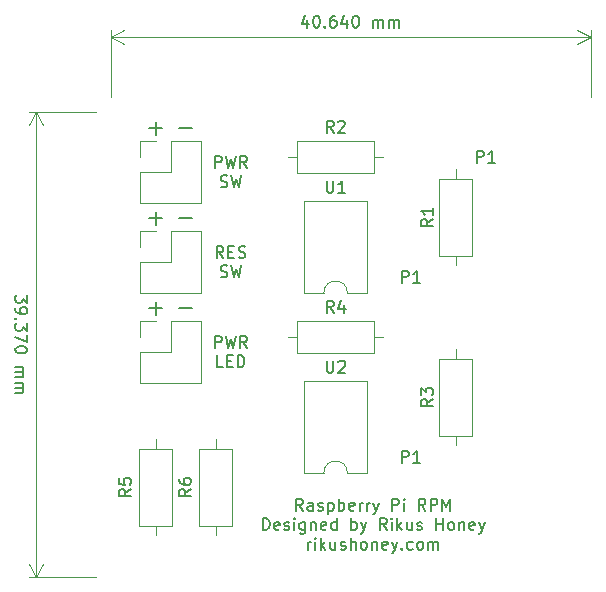
<source format=gbr>
G04 #@! TF.GenerationSoftware,KiCad,Pcbnew,5.1.4+dfsg1-2*
G04 #@! TF.CreationDate,2019-10-25T23:11:50+02:00*
G04 #@! TF.ProjectId,rpi_rpm,7270695f-7270-46d2-9e6b-696361645f70,rev?*
G04 #@! TF.SameCoordinates,Original*
G04 #@! TF.FileFunction,Legend,Top*
G04 #@! TF.FilePolarity,Positive*
%FSLAX46Y46*%
G04 Gerber Fmt 4.6, Leading zero omitted, Abs format (unit mm)*
G04 Created by KiCad (PCBNEW 5.1.4+dfsg1-2) date 2019-10-25 23:11:50*
%MOMM*%
%LPD*%
G04 APERTURE LIST*
%ADD10C,0.150000*%
%ADD11C,0.120000*%
G04 APERTURE END LIST*
D10*
X123737620Y-94234523D02*
X123737620Y-94853571D01*
X123356667Y-94520238D01*
X123356667Y-94663095D01*
X123309048Y-94758333D01*
X123261429Y-94805952D01*
X123166191Y-94853571D01*
X122928096Y-94853571D01*
X122832858Y-94805952D01*
X122785239Y-94758333D01*
X122737620Y-94663095D01*
X122737620Y-94377380D01*
X122785239Y-94282142D01*
X122832858Y-94234523D01*
X122737620Y-95329761D02*
X122737620Y-95520238D01*
X122785239Y-95615476D01*
X122832858Y-95663095D01*
X122975715Y-95758333D01*
X123166191Y-95805952D01*
X123547143Y-95805952D01*
X123642381Y-95758333D01*
X123690001Y-95710714D01*
X123737620Y-95615476D01*
X123737620Y-95425000D01*
X123690001Y-95329761D01*
X123642381Y-95282142D01*
X123547143Y-95234523D01*
X123309048Y-95234523D01*
X123213810Y-95282142D01*
X123166191Y-95329761D01*
X123118572Y-95425000D01*
X123118572Y-95615476D01*
X123166191Y-95710714D01*
X123213810Y-95758333D01*
X123309048Y-95805952D01*
X122832858Y-96234523D02*
X122785239Y-96282142D01*
X122737620Y-96234523D01*
X122785239Y-96186904D01*
X122832858Y-96234523D01*
X122737620Y-96234523D01*
X123737620Y-96615476D02*
X123737620Y-97234523D01*
X123356667Y-96901190D01*
X123356667Y-97044047D01*
X123309048Y-97139285D01*
X123261429Y-97186904D01*
X123166191Y-97234523D01*
X122928096Y-97234523D01*
X122832858Y-97186904D01*
X122785239Y-97139285D01*
X122737620Y-97044047D01*
X122737620Y-96758333D01*
X122785239Y-96663095D01*
X122832858Y-96615476D01*
X123737620Y-97567857D02*
X123737620Y-98234523D01*
X122737620Y-97805952D01*
X123737620Y-98805952D02*
X123737620Y-98901190D01*
X123690001Y-98996428D01*
X123642381Y-99044047D01*
X123547143Y-99091666D01*
X123356667Y-99139285D01*
X123118572Y-99139285D01*
X122928096Y-99091666D01*
X122832858Y-99044047D01*
X122785239Y-98996428D01*
X122737620Y-98901190D01*
X122737620Y-98805952D01*
X122785239Y-98710714D01*
X122832858Y-98663095D01*
X122928096Y-98615476D01*
X123118572Y-98567857D01*
X123356667Y-98567857D01*
X123547143Y-98615476D01*
X123642381Y-98663095D01*
X123690001Y-98710714D01*
X123737620Y-98805952D01*
X122737620Y-100329761D02*
X123404286Y-100329761D01*
X123309048Y-100329761D02*
X123356667Y-100377380D01*
X123404286Y-100472619D01*
X123404286Y-100615476D01*
X123356667Y-100710714D01*
X123261429Y-100758333D01*
X122737620Y-100758333D01*
X123261429Y-100758333D02*
X123356667Y-100805952D01*
X123404286Y-100901190D01*
X123404286Y-101044047D01*
X123356667Y-101139285D01*
X123261429Y-101186904D01*
X122737620Y-101186904D01*
X122737620Y-101663095D02*
X123404286Y-101663095D01*
X123309048Y-101663095D02*
X123356667Y-101710714D01*
X123404286Y-101805952D01*
X123404286Y-101948809D01*
X123356667Y-102044047D01*
X123261429Y-102091666D01*
X122737620Y-102091666D01*
X123261429Y-102091666D02*
X123356667Y-102139285D01*
X123404286Y-102234523D01*
X123404286Y-102377380D01*
X123356667Y-102472619D01*
X123261429Y-102520238D01*
X122737620Y-102520238D01*
D11*
X124460001Y-78740000D02*
X124460001Y-118110000D01*
X129540000Y-78740000D02*
X123873580Y-78740000D01*
X129540000Y-118110000D02*
X123873580Y-118110000D01*
X124460001Y-118110000D02*
X123873580Y-116983496D01*
X124460001Y-118110000D02*
X125046422Y-116983496D01*
X124460001Y-78740000D02*
X123873580Y-79866504D01*
X124460001Y-78740000D02*
X125046422Y-79866504D01*
D10*
X147463333Y-70905714D02*
X147463333Y-71572380D01*
X147225238Y-70524761D02*
X146987142Y-71239047D01*
X147606190Y-71239047D01*
X148177619Y-70572380D02*
X148272857Y-70572380D01*
X148368095Y-70620000D01*
X148415714Y-70667619D01*
X148463333Y-70762857D01*
X148510952Y-70953333D01*
X148510952Y-71191428D01*
X148463333Y-71381904D01*
X148415714Y-71477142D01*
X148368095Y-71524761D01*
X148272857Y-71572380D01*
X148177619Y-71572380D01*
X148082380Y-71524761D01*
X148034761Y-71477142D01*
X147987142Y-71381904D01*
X147939523Y-71191428D01*
X147939523Y-70953333D01*
X147987142Y-70762857D01*
X148034761Y-70667619D01*
X148082380Y-70620000D01*
X148177619Y-70572380D01*
X148939523Y-71477142D02*
X148987142Y-71524761D01*
X148939523Y-71572380D01*
X148891904Y-71524761D01*
X148939523Y-71477142D01*
X148939523Y-71572380D01*
X149844285Y-70572380D02*
X149653809Y-70572380D01*
X149558571Y-70620000D01*
X149510952Y-70667619D01*
X149415714Y-70810476D01*
X149368095Y-71000952D01*
X149368095Y-71381904D01*
X149415714Y-71477142D01*
X149463333Y-71524761D01*
X149558571Y-71572380D01*
X149749047Y-71572380D01*
X149844285Y-71524761D01*
X149891904Y-71477142D01*
X149939523Y-71381904D01*
X149939523Y-71143809D01*
X149891904Y-71048571D01*
X149844285Y-71000952D01*
X149749047Y-70953333D01*
X149558571Y-70953333D01*
X149463333Y-71000952D01*
X149415714Y-71048571D01*
X149368095Y-71143809D01*
X150796666Y-70905714D02*
X150796666Y-71572380D01*
X150558571Y-70524761D02*
X150320476Y-71239047D01*
X150939523Y-71239047D01*
X151510952Y-70572380D02*
X151606190Y-70572380D01*
X151701428Y-70620000D01*
X151749047Y-70667619D01*
X151796666Y-70762857D01*
X151844285Y-70953333D01*
X151844285Y-71191428D01*
X151796666Y-71381904D01*
X151749047Y-71477142D01*
X151701428Y-71524761D01*
X151606190Y-71572380D01*
X151510952Y-71572380D01*
X151415714Y-71524761D01*
X151368095Y-71477142D01*
X151320476Y-71381904D01*
X151272857Y-71191428D01*
X151272857Y-70953333D01*
X151320476Y-70762857D01*
X151368095Y-70667619D01*
X151415714Y-70620000D01*
X151510952Y-70572380D01*
X153034761Y-71572380D02*
X153034761Y-70905714D01*
X153034761Y-71000952D02*
X153082380Y-70953333D01*
X153177619Y-70905714D01*
X153320476Y-70905714D01*
X153415714Y-70953333D01*
X153463333Y-71048571D01*
X153463333Y-71572380D01*
X153463333Y-71048571D02*
X153510952Y-70953333D01*
X153606190Y-70905714D01*
X153749047Y-70905714D01*
X153844285Y-70953333D01*
X153891904Y-71048571D01*
X153891904Y-71572380D01*
X154368095Y-71572380D02*
X154368095Y-70905714D01*
X154368095Y-71000952D02*
X154415714Y-70953333D01*
X154510952Y-70905714D01*
X154653809Y-70905714D01*
X154749047Y-70953333D01*
X154796666Y-71048571D01*
X154796666Y-71572380D01*
X154796666Y-71048571D02*
X154844285Y-70953333D01*
X154939523Y-70905714D01*
X155082380Y-70905714D01*
X155177619Y-70953333D01*
X155225238Y-71048571D01*
X155225238Y-71572380D01*
D11*
X171450000Y-72390000D02*
X130810000Y-72390000D01*
X171450000Y-77470000D02*
X171450000Y-71803579D01*
X130810000Y-77470000D02*
X130810000Y-71803579D01*
X130810000Y-72390000D02*
X131936504Y-71803579D01*
X130810000Y-72390000D02*
X131936504Y-72976421D01*
X171450000Y-72390000D02*
X170323496Y-71803579D01*
X171450000Y-72390000D02*
X170323496Y-72976421D01*
D10*
X161821904Y-83002380D02*
X161821904Y-82002380D01*
X162202857Y-82002380D01*
X162298095Y-82050000D01*
X162345714Y-82097619D01*
X162393333Y-82192857D01*
X162393333Y-82335714D01*
X162345714Y-82430952D01*
X162298095Y-82478571D01*
X162202857Y-82526190D01*
X161821904Y-82526190D01*
X163345714Y-83002380D02*
X162774285Y-83002380D01*
X163060000Y-83002380D02*
X163060000Y-82002380D01*
X162964761Y-82145238D01*
X162869523Y-82240476D01*
X162774285Y-82288095D01*
X155471904Y-93162380D02*
X155471904Y-92162380D01*
X155852857Y-92162380D01*
X155948095Y-92210000D01*
X155995714Y-92257619D01*
X156043333Y-92352857D01*
X156043333Y-92495714D01*
X155995714Y-92590952D01*
X155948095Y-92638571D01*
X155852857Y-92686190D01*
X155471904Y-92686190D01*
X156995714Y-93162380D02*
X156424285Y-93162380D01*
X156710000Y-93162380D02*
X156710000Y-92162380D01*
X156614761Y-92305238D01*
X156519523Y-92400476D01*
X156424285Y-92448095D01*
X155471904Y-108402380D02*
X155471904Y-107402380D01*
X155852857Y-107402380D01*
X155948095Y-107450000D01*
X155995714Y-107497619D01*
X156043333Y-107592857D01*
X156043333Y-107735714D01*
X155995714Y-107830952D01*
X155948095Y-107878571D01*
X155852857Y-107926190D01*
X155471904Y-107926190D01*
X156995714Y-108402380D02*
X156424285Y-108402380D01*
X156710000Y-108402380D02*
X156710000Y-107402380D01*
X156614761Y-107545238D01*
X156519523Y-107640476D01*
X156424285Y-107688095D01*
X136588571Y-95357142D02*
X137731428Y-95357142D01*
X136588571Y-87737142D02*
X137731428Y-87737142D01*
X136588571Y-80117142D02*
X137731428Y-80117142D01*
X134048571Y-95357142D02*
X135191428Y-95357142D01*
X134620000Y-95928571D02*
X134620000Y-94785714D01*
X134048571Y-87737142D02*
X135191428Y-87737142D01*
X134620000Y-88308571D02*
X134620000Y-87165714D01*
X134048571Y-80117142D02*
X135191428Y-80117142D01*
X134620000Y-80688571D02*
X134620000Y-79545714D01*
X139636666Y-98687380D02*
X139636666Y-97687380D01*
X140017619Y-97687380D01*
X140112857Y-97735000D01*
X140160476Y-97782619D01*
X140208095Y-97877857D01*
X140208095Y-98020714D01*
X140160476Y-98115952D01*
X140112857Y-98163571D01*
X140017619Y-98211190D01*
X139636666Y-98211190D01*
X140541428Y-97687380D02*
X140779523Y-98687380D01*
X140970000Y-97973095D01*
X141160476Y-98687380D01*
X141398571Y-97687380D01*
X142350952Y-98687380D02*
X142017619Y-98211190D01*
X141779523Y-98687380D02*
X141779523Y-97687380D01*
X142160476Y-97687380D01*
X142255714Y-97735000D01*
X142303333Y-97782619D01*
X142350952Y-97877857D01*
X142350952Y-98020714D01*
X142303333Y-98115952D01*
X142255714Y-98163571D01*
X142160476Y-98211190D01*
X141779523Y-98211190D01*
X140327142Y-100337380D02*
X139850952Y-100337380D01*
X139850952Y-99337380D01*
X140660476Y-99813571D02*
X140993809Y-99813571D01*
X141136666Y-100337380D02*
X140660476Y-100337380D01*
X140660476Y-99337380D01*
X141136666Y-99337380D01*
X141565238Y-100337380D02*
X141565238Y-99337380D01*
X141803333Y-99337380D01*
X141946190Y-99385000D01*
X142041428Y-99480238D01*
X142089047Y-99575476D01*
X142136666Y-99765952D01*
X142136666Y-99908809D01*
X142089047Y-100099285D01*
X142041428Y-100194523D01*
X141946190Y-100289761D01*
X141803333Y-100337380D01*
X141565238Y-100337380D01*
X140350952Y-91067380D02*
X140017619Y-90591190D01*
X139779523Y-91067380D02*
X139779523Y-90067380D01*
X140160476Y-90067380D01*
X140255714Y-90115000D01*
X140303333Y-90162619D01*
X140350952Y-90257857D01*
X140350952Y-90400714D01*
X140303333Y-90495952D01*
X140255714Y-90543571D01*
X140160476Y-90591190D01*
X139779523Y-90591190D01*
X140779523Y-90543571D02*
X141112857Y-90543571D01*
X141255714Y-91067380D02*
X140779523Y-91067380D01*
X140779523Y-90067380D01*
X141255714Y-90067380D01*
X141636666Y-91019761D02*
X141779523Y-91067380D01*
X142017619Y-91067380D01*
X142112857Y-91019761D01*
X142160476Y-90972142D01*
X142208095Y-90876904D01*
X142208095Y-90781666D01*
X142160476Y-90686428D01*
X142112857Y-90638809D01*
X142017619Y-90591190D01*
X141827142Y-90543571D01*
X141731904Y-90495952D01*
X141684285Y-90448333D01*
X141636666Y-90353095D01*
X141636666Y-90257857D01*
X141684285Y-90162619D01*
X141731904Y-90115000D01*
X141827142Y-90067380D01*
X142065238Y-90067380D01*
X142208095Y-90115000D01*
X140112857Y-92669761D02*
X140255714Y-92717380D01*
X140493809Y-92717380D01*
X140589047Y-92669761D01*
X140636666Y-92622142D01*
X140684285Y-92526904D01*
X140684285Y-92431666D01*
X140636666Y-92336428D01*
X140589047Y-92288809D01*
X140493809Y-92241190D01*
X140303333Y-92193571D01*
X140208095Y-92145952D01*
X140160476Y-92098333D01*
X140112857Y-92003095D01*
X140112857Y-91907857D01*
X140160476Y-91812619D01*
X140208095Y-91765000D01*
X140303333Y-91717380D01*
X140541428Y-91717380D01*
X140684285Y-91765000D01*
X141017619Y-91717380D02*
X141255714Y-92717380D01*
X141446190Y-92003095D01*
X141636666Y-92717380D01*
X141874761Y-91717380D01*
X139636666Y-83447380D02*
X139636666Y-82447380D01*
X140017619Y-82447380D01*
X140112857Y-82495000D01*
X140160476Y-82542619D01*
X140208095Y-82637857D01*
X140208095Y-82780714D01*
X140160476Y-82875952D01*
X140112857Y-82923571D01*
X140017619Y-82971190D01*
X139636666Y-82971190D01*
X140541428Y-82447380D02*
X140779523Y-83447380D01*
X140970000Y-82733095D01*
X141160476Y-83447380D01*
X141398571Y-82447380D01*
X142350952Y-83447380D02*
X142017619Y-82971190D01*
X141779523Y-83447380D02*
X141779523Y-82447380D01*
X142160476Y-82447380D01*
X142255714Y-82495000D01*
X142303333Y-82542619D01*
X142350952Y-82637857D01*
X142350952Y-82780714D01*
X142303333Y-82875952D01*
X142255714Y-82923571D01*
X142160476Y-82971190D01*
X141779523Y-82971190D01*
X140112857Y-85049761D02*
X140255714Y-85097380D01*
X140493809Y-85097380D01*
X140589047Y-85049761D01*
X140636666Y-85002142D01*
X140684285Y-84906904D01*
X140684285Y-84811666D01*
X140636666Y-84716428D01*
X140589047Y-84668809D01*
X140493809Y-84621190D01*
X140303333Y-84573571D01*
X140208095Y-84525952D01*
X140160476Y-84478333D01*
X140112857Y-84383095D01*
X140112857Y-84287857D01*
X140160476Y-84192619D01*
X140208095Y-84145000D01*
X140303333Y-84097380D01*
X140541428Y-84097380D01*
X140684285Y-84145000D01*
X141017619Y-84097380D02*
X141255714Y-85097380D01*
X141446190Y-84383095D01*
X141636666Y-85097380D01*
X141874761Y-84097380D01*
X147082619Y-112467380D02*
X146749285Y-111991190D01*
X146511190Y-112467380D02*
X146511190Y-111467380D01*
X146892142Y-111467380D01*
X146987380Y-111515000D01*
X147035000Y-111562619D01*
X147082619Y-111657857D01*
X147082619Y-111800714D01*
X147035000Y-111895952D01*
X146987380Y-111943571D01*
X146892142Y-111991190D01*
X146511190Y-111991190D01*
X147939761Y-112467380D02*
X147939761Y-111943571D01*
X147892142Y-111848333D01*
X147796904Y-111800714D01*
X147606428Y-111800714D01*
X147511190Y-111848333D01*
X147939761Y-112419761D02*
X147844523Y-112467380D01*
X147606428Y-112467380D01*
X147511190Y-112419761D01*
X147463571Y-112324523D01*
X147463571Y-112229285D01*
X147511190Y-112134047D01*
X147606428Y-112086428D01*
X147844523Y-112086428D01*
X147939761Y-112038809D01*
X148368333Y-112419761D02*
X148463571Y-112467380D01*
X148654047Y-112467380D01*
X148749285Y-112419761D01*
X148796904Y-112324523D01*
X148796904Y-112276904D01*
X148749285Y-112181666D01*
X148654047Y-112134047D01*
X148511190Y-112134047D01*
X148415952Y-112086428D01*
X148368333Y-111991190D01*
X148368333Y-111943571D01*
X148415952Y-111848333D01*
X148511190Y-111800714D01*
X148654047Y-111800714D01*
X148749285Y-111848333D01*
X149225476Y-111800714D02*
X149225476Y-112800714D01*
X149225476Y-111848333D02*
X149320714Y-111800714D01*
X149511190Y-111800714D01*
X149606428Y-111848333D01*
X149654047Y-111895952D01*
X149701666Y-111991190D01*
X149701666Y-112276904D01*
X149654047Y-112372142D01*
X149606428Y-112419761D01*
X149511190Y-112467380D01*
X149320714Y-112467380D01*
X149225476Y-112419761D01*
X150130238Y-112467380D02*
X150130238Y-111467380D01*
X150130238Y-111848333D02*
X150225476Y-111800714D01*
X150415952Y-111800714D01*
X150511190Y-111848333D01*
X150558809Y-111895952D01*
X150606428Y-111991190D01*
X150606428Y-112276904D01*
X150558809Y-112372142D01*
X150511190Y-112419761D01*
X150415952Y-112467380D01*
X150225476Y-112467380D01*
X150130238Y-112419761D01*
X151415952Y-112419761D02*
X151320714Y-112467380D01*
X151130238Y-112467380D01*
X151035000Y-112419761D01*
X150987380Y-112324523D01*
X150987380Y-111943571D01*
X151035000Y-111848333D01*
X151130238Y-111800714D01*
X151320714Y-111800714D01*
X151415952Y-111848333D01*
X151463571Y-111943571D01*
X151463571Y-112038809D01*
X150987380Y-112134047D01*
X151892142Y-112467380D02*
X151892142Y-111800714D01*
X151892142Y-111991190D02*
X151939761Y-111895952D01*
X151987380Y-111848333D01*
X152082619Y-111800714D01*
X152177857Y-111800714D01*
X152511190Y-112467380D02*
X152511190Y-111800714D01*
X152511190Y-111991190D02*
X152558809Y-111895952D01*
X152606428Y-111848333D01*
X152701666Y-111800714D01*
X152796904Y-111800714D01*
X153035000Y-111800714D02*
X153273095Y-112467380D01*
X153511190Y-111800714D02*
X153273095Y-112467380D01*
X153177857Y-112705476D01*
X153130238Y-112753095D01*
X153035000Y-112800714D01*
X154654047Y-112467380D02*
X154654047Y-111467380D01*
X155035000Y-111467380D01*
X155130238Y-111515000D01*
X155177857Y-111562619D01*
X155225476Y-111657857D01*
X155225476Y-111800714D01*
X155177857Y-111895952D01*
X155130238Y-111943571D01*
X155035000Y-111991190D01*
X154654047Y-111991190D01*
X155654047Y-112467380D02*
X155654047Y-111800714D01*
X155654047Y-111467380D02*
X155606428Y-111515000D01*
X155654047Y-111562619D01*
X155701666Y-111515000D01*
X155654047Y-111467380D01*
X155654047Y-111562619D01*
X157463571Y-112467380D02*
X157130238Y-111991190D01*
X156892142Y-112467380D02*
X156892142Y-111467380D01*
X157273095Y-111467380D01*
X157368333Y-111515000D01*
X157415952Y-111562619D01*
X157463571Y-111657857D01*
X157463571Y-111800714D01*
X157415952Y-111895952D01*
X157368333Y-111943571D01*
X157273095Y-111991190D01*
X156892142Y-111991190D01*
X157892142Y-112467380D02*
X157892142Y-111467380D01*
X158273095Y-111467380D01*
X158368333Y-111515000D01*
X158415952Y-111562619D01*
X158463571Y-111657857D01*
X158463571Y-111800714D01*
X158415952Y-111895952D01*
X158368333Y-111943571D01*
X158273095Y-111991190D01*
X157892142Y-111991190D01*
X158892142Y-112467380D02*
X158892142Y-111467380D01*
X159225476Y-112181666D01*
X159558809Y-111467380D01*
X159558809Y-112467380D01*
X143701666Y-114117380D02*
X143701666Y-113117380D01*
X143939761Y-113117380D01*
X144082619Y-113165000D01*
X144177857Y-113260238D01*
X144225476Y-113355476D01*
X144273095Y-113545952D01*
X144273095Y-113688809D01*
X144225476Y-113879285D01*
X144177857Y-113974523D01*
X144082619Y-114069761D01*
X143939761Y-114117380D01*
X143701666Y-114117380D01*
X145082619Y-114069761D02*
X144987380Y-114117380D01*
X144796904Y-114117380D01*
X144701666Y-114069761D01*
X144654047Y-113974523D01*
X144654047Y-113593571D01*
X144701666Y-113498333D01*
X144796904Y-113450714D01*
X144987380Y-113450714D01*
X145082619Y-113498333D01*
X145130238Y-113593571D01*
X145130238Y-113688809D01*
X144654047Y-113784047D01*
X145511190Y-114069761D02*
X145606428Y-114117380D01*
X145796904Y-114117380D01*
X145892142Y-114069761D01*
X145939761Y-113974523D01*
X145939761Y-113926904D01*
X145892142Y-113831666D01*
X145796904Y-113784047D01*
X145654047Y-113784047D01*
X145558809Y-113736428D01*
X145511190Y-113641190D01*
X145511190Y-113593571D01*
X145558809Y-113498333D01*
X145654047Y-113450714D01*
X145796904Y-113450714D01*
X145892142Y-113498333D01*
X146368333Y-114117380D02*
X146368333Y-113450714D01*
X146368333Y-113117380D02*
X146320714Y-113165000D01*
X146368333Y-113212619D01*
X146415952Y-113165000D01*
X146368333Y-113117380D01*
X146368333Y-113212619D01*
X147273095Y-113450714D02*
X147273095Y-114260238D01*
X147225476Y-114355476D01*
X147177857Y-114403095D01*
X147082619Y-114450714D01*
X146939761Y-114450714D01*
X146844523Y-114403095D01*
X147273095Y-114069761D02*
X147177857Y-114117380D01*
X146987380Y-114117380D01*
X146892142Y-114069761D01*
X146844523Y-114022142D01*
X146796904Y-113926904D01*
X146796904Y-113641190D01*
X146844523Y-113545952D01*
X146892142Y-113498333D01*
X146987380Y-113450714D01*
X147177857Y-113450714D01*
X147273095Y-113498333D01*
X147749285Y-113450714D02*
X147749285Y-114117380D01*
X147749285Y-113545952D02*
X147796904Y-113498333D01*
X147892142Y-113450714D01*
X148035000Y-113450714D01*
X148130238Y-113498333D01*
X148177857Y-113593571D01*
X148177857Y-114117380D01*
X149035000Y-114069761D02*
X148939761Y-114117380D01*
X148749285Y-114117380D01*
X148654047Y-114069761D01*
X148606428Y-113974523D01*
X148606428Y-113593571D01*
X148654047Y-113498333D01*
X148749285Y-113450714D01*
X148939761Y-113450714D01*
X149035000Y-113498333D01*
X149082619Y-113593571D01*
X149082619Y-113688809D01*
X148606428Y-113784047D01*
X149939761Y-114117380D02*
X149939761Y-113117380D01*
X149939761Y-114069761D02*
X149844523Y-114117380D01*
X149654047Y-114117380D01*
X149558809Y-114069761D01*
X149511190Y-114022142D01*
X149463571Y-113926904D01*
X149463571Y-113641190D01*
X149511190Y-113545952D01*
X149558809Y-113498333D01*
X149654047Y-113450714D01*
X149844523Y-113450714D01*
X149939761Y-113498333D01*
X151177857Y-114117380D02*
X151177857Y-113117380D01*
X151177857Y-113498333D02*
X151273095Y-113450714D01*
X151463571Y-113450714D01*
X151558809Y-113498333D01*
X151606428Y-113545952D01*
X151654047Y-113641190D01*
X151654047Y-113926904D01*
X151606428Y-114022142D01*
X151558809Y-114069761D01*
X151463571Y-114117380D01*
X151273095Y-114117380D01*
X151177857Y-114069761D01*
X151987380Y-113450714D02*
X152225476Y-114117380D01*
X152463571Y-113450714D02*
X152225476Y-114117380D01*
X152130238Y-114355476D01*
X152082619Y-114403095D01*
X151987380Y-114450714D01*
X154177857Y-114117380D02*
X153844523Y-113641190D01*
X153606428Y-114117380D02*
X153606428Y-113117380D01*
X153987380Y-113117380D01*
X154082619Y-113165000D01*
X154130238Y-113212619D01*
X154177857Y-113307857D01*
X154177857Y-113450714D01*
X154130238Y-113545952D01*
X154082619Y-113593571D01*
X153987380Y-113641190D01*
X153606428Y-113641190D01*
X154606428Y-114117380D02*
X154606428Y-113450714D01*
X154606428Y-113117380D02*
X154558809Y-113165000D01*
X154606428Y-113212619D01*
X154654047Y-113165000D01*
X154606428Y-113117380D01*
X154606428Y-113212619D01*
X155082619Y-114117380D02*
X155082619Y-113117380D01*
X155177857Y-113736428D02*
X155463571Y-114117380D01*
X155463571Y-113450714D02*
X155082619Y-113831666D01*
X156320714Y-113450714D02*
X156320714Y-114117380D01*
X155892142Y-113450714D02*
X155892142Y-113974523D01*
X155939761Y-114069761D01*
X156035000Y-114117380D01*
X156177857Y-114117380D01*
X156273095Y-114069761D01*
X156320714Y-114022142D01*
X156749285Y-114069761D02*
X156844523Y-114117380D01*
X157035000Y-114117380D01*
X157130238Y-114069761D01*
X157177857Y-113974523D01*
X157177857Y-113926904D01*
X157130238Y-113831666D01*
X157035000Y-113784047D01*
X156892142Y-113784047D01*
X156796904Y-113736428D01*
X156749285Y-113641190D01*
X156749285Y-113593571D01*
X156796904Y-113498333D01*
X156892142Y-113450714D01*
X157035000Y-113450714D01*
X157130238Y-113498333D01*
X158368333Y-114117380D02*
X158368333Y-113117380D01*
X158368333Y-113593571D02*
X158939761Y-113593571D01*
X158939761Y-114117380D02*
X158939761Y-113117380D01*
X159558809Y-114117380D02*
X159463571Y-114069761D01*
X159415952Y-114022142D01*
X159368333Y-113926904D01*
X159368333Y-113641190D01*
X159415952Y-113545952D01*
X159463571Y-113498333D01*
X159558809Y-113450714D01*
X159701666Y-113450714D01*
X159796904Y-113498333D01*
X159844523Y-113545952D01*
X159892142Y-113641190D01*
X159892142Y-113926904D01*
X159844523Y-114022142D01*
X159796904Y-114069761D01*
X159701666Y-114117380D01*
X159558809Y-114117380D01*
X160320714Y-113450714D02*
X160320714Y-114117380D01*
X160320714Y-113545952D02*
X160368333Y-113498333D01*
X160463571Y-113450714D01*
X160606428Y-113450714D01*
X160701666Y-113498333D01*
X160749285Y-113593571D01*
X160749285Y-114117380D01*
X161606428Y-114069761D02*
X161511190Y-114117380D01*
X161320714Y-114117380D01*
X161225476Y-114069761D01*
X161177857Y-113974523D01*
X161177857Y-113593571D01*
X161225476Y-113498333D01*
X161320714Y-113450714D01*
X161511190Y-113450714D01*
X161606428Y-113498333D01*
X161654047Y-113593571D01*
X161654047Y-113688809D01*
X161177857Y-113784047D01*
X161987380Y-113450714D02*
X162225476Y-114117380D01*
X162463571Y-113450714D02*
X162225476Y-114117380D01*
X162130238Y-114355476D01*
X162082619Y-114403095D01*
X161987380Y-114450714D01*
X147511190Y-115767380D02*
X147511190Y-115100714D01*
X147511190Y-115291190D02*
X147558809Y-115195952D01*
X147606428Y-115148333D01*
X147701666Y-115100714D01*
X147796904Y-115100714D01*
X148130238Y-115767380D02*
X148130238Y-115100714D01*
X148130238Y-114767380D02*
X148082619Y-114815000D01*
X148130238Y-114862619D01*
X148177857Y-114815000D01*
X148130238Y-114767380D01*
X148130238Y-114862619D01*
X148606428Y-115767380D02*
X148606428Y-114767380D01*
X148701666Y-115386428D02*
X148987380Y-115767380D01*
X148987380Y-115100714D02*
X148606428Y-115481666D01*
X149844523Y-115100714D02*
X149844523Y-115767380D01*
X149415952Y-115100714D02*
X149415952Y-115624523D01*
X149463571Y-115719761D01*
X149558809Y-115767380D01*
X149701666Y-115767380D01*
X149796904Y-115719761D01*
X149844523Y-115672142D01*
X150273095Y-115719761D02*
X150368333Y-115767380D01*
X150558809Y-115767380D01*
X150654047Y-115719761D01*
X150701666Y-115624523D01*
X150701666Y-115576904D01*
X150654047Y-115481666D01*
X150558809Y-115434047D01*
X150415952Y-115434047D01*
X150320714Y-115386428D01*
X150273095Y-115291190D01*
X150273095Y-115243571D01*
X150320714Y-115148333D01*
X150415952Y-115100714D01*
X150558809Y-115100714D01*
X150654047Y-115148333D01*
X151130238Y-115767380D02*
X151130238Y-114767380D01*
X151558809Y-115767380D02*
X151558809Y-115243571D01*
X151511190Y-115148333D01*
X151415952Y-115100714D01*
X151273095Y-115100714D01*
X151177857Y-115148333D01*
X151130238Y-115195952D01*
X152177857Y-115767380D02*
X152082619Y-115719761D01*
X152035000Y-115672142D01*
X151987380Y-115576904D01*
X151987380Y-115291190D01*
X152035000Y-115195952D01*
X152082619Y-115148333D01*
X152177857Y-115100714D01*
X152320714Y-115100714D01*
X152415952Y-115148333D01*
X152463571Y-115195952D01*
X152511190Y-115291190D01*
X152511190Y-115576904D01*
X152463571Y-115672142D01*
X152415952Y-115719761D01*
X152320714Y-115767380D01*
X152177857Y-115767380D01*
X152939761Y-115100714D02*
X152939761Y-115767380D01*
X152939761Y-115195952D02*
X152987380Y-115148333D01*
X153082619Y-115100714D01*
X153225476Y-115100714D01*
X153320714Y-115148333D01*
X153368333Y-115243571D01*
X153368333Y-115767380D01*
X154225476Y-115719761D02*
X154130238Y-115767380D01*
X153939761Y-115767380D01*
X153844523Y-115719761D01*
X153796904Y-115624523D01*
X153796904Y-115243571D01*
X153844523Y-115148333D01*
X153939761Y-115100714D01*
X154130238Y-115100714D01*
X154225476Y-115148333D01*
X154273095Y-115243571D01*
X154273095Y-115338809D01*
X153796904Y-115434047D01*
X154606428Y-115100714D02*
X154844523Y-115767380D01*
X155082619Y-115100714D02*
X154844523Y-115767380D01*
X154749285Y-116005476D01*
X154701666Y-116053095D01*
X154606428Y-116100714D01*
X155463571Y-115672142D02*
X155511190Y-115719761D01*
X155463571Y-115767380D01*
X155415952Y-115719761D01*
X155463571Y-115672142D01*
X155463571Y-115767380D01*
X156368333Y-115719761D02*
X156273095Y-115767380D01*
X156082619Y-115767380D01*
X155987380Y-115719761D01*
X155939761Y-115672142D01*
X155892142Y-115576904D01*
X155892142Y-115291190D01*
X155939761Y-115195952D01*
X155987380Y-115148333D01*
X156082619Y-115100714D01*
X156273095Y-115100714D01*
X156368333Y-115148333D01*
X156939761Y-115767380D02*
X156844523Y-115719761D01*
X156796904Y-115672142D01*
X156749285Y-115576904D01*
X156749285Y-115291190D01*
X156796904Y-115195952D01*
X156844523Y-115148333D01*
X156939761Y-115100714D01*
X157082619Y-115100714D01*
X157177857Y-115148333D01*
X157225476Y-115195952D01*
X157273095Y-115291190D01*
X157273095Y-115576904D01*
X157225476Y-115672142D01*
X157177857Y-115719761D01*
X157082619Y-115767380D01*
X156939761Y-115767380D01*
X157701666Y-115767380D02*
X157701666Y-115100714D01*
X157701666Y-115195952D02*
X157749285Y-115148333D01*
X157844523Y-115100714D01*
X157987380Y-115100714D01*
X158082619Y-115148333D01*
X158130238Y-115243571D01*
X158130238Y-115767380D01*
X158130238Y-115243571D02*
X158177857Y-115148333D01*
X158273095Y-115100714D01*
X158415952Y-115100714D01*
X158511190Y-115148333D01*
X158558809Y-115243571D01*
X158558809Y-115767380D01*
D11*
X158650000Y-90900000D02*
X161390000Y-90900000D01*
X161390000Y-90900000D02*
X161390000Y-84360000D01*
X161390000Y-84360000D02*
X158650000Y-84360000D01*
X158650000Y-84360000D02*
X158650000Y-90900000D01*
X160020000Y-91670000D02*
X160020000Y-90900000D01*
X160020000Y-83590000D02*
X160020000Y-84360000D01*
X153130000Y-83920000D02*
X153130000Y-81180000D01*
X153130000Y-81180000D02*
X146590000Y-81180000D01*
X146590000Y-81180000D02*
X146590000Y-83920000D01*
X146590000Y-83920000D02*
X153130000Y-83920000D01*
X153900000Y-82550000D02*
X153130000Y-82550000D01*
X145820000Y-82550000D02*
X146590000Y-82550000D01*
X160020000Y-98830000D02*
X160020000Y-99600000D01*
X160020000Y-106910000D02*
X160020000Y-106140000D01*
X158650000Y-99600000D02*
X158650000Y-106140000D01*
X161390000Y-99600000D02*
X158650000Y-99600000D01*
X161390000Y-106140000D02*
X161390000Y-99600000D01*
X158650000Y-106140000D02*
X161390000Y-106140000D01*
X145820000Y-97790000D02*
X146590000Y-97790000D01*
X153900000Y-97790000D02*
X153130000Y-97790000D01*
X146590000Y-99160000D02*
X153130000Y-99160000D01*
X146590000Y-96420000D02*
X146590000Y-99160000D01*
X153130000Y-96420000D02*
X146590000Y-96420000D01*
X153130000Y-99160000D02*
X153130000Y-96420000D01*
X134620000Y-114530000D02*
X134620000Y-113760000D01*
X134620000Y-106450000D02*
X134620000Y-107220000D01*
X135990000Y-113760000D02*
X135990000Y-107220000D01*
X133250000Y-113760000D02*
X135990000Y-113760000D01*
X133250000Y-107220000D02*
X133250000Y-113760000D01*
X135990000Y-107220000D02*
X133250000Y-107220000D01*
X141070000Y-107220000D02*
X138330000Y-107220000D01*
X138330000Y-107220000D02*
X138330000Y-113760000D01*
X138330000Y-113760000D02*
X141070000Y-113760000D01*
X141070000Y-113760000D02*
X141070000Y-107220000D01*
X139700000Y-106450000D02*
X139700000Y-107220000D01*
X139700000Y-114530000D02*
X139700000Y-113760000D01*
X148860000Y-94040000D02*
G75*
G02X150860000Y-94040000I1000000J0D01*
G01*
X150860000Y-94040000D02*
X152510000Y-94040000D01*
X152510000Y-94040000D02*
X152510000Y-86300000D01*
X152510000Y-86300000D02*
X147210000Y-86300000D01*
X147210000Y-86300000D02*
X147210000Y-94040000D01*
X147210000Y-94040000D02*
X148860000Y-94040000D01*
X147210000Y-109280000D02*
X148860000Y-109280000D01*
X147210000Y-101540000D02*
X147210000Y-109280000D01*
X152510000Y-101540000D02*
X147210000Y-101540000D01*
X152510000Y-109280000D02*
X152510000Y-101540000D01*
X150860000Y-109280000D02*
X152510000Y-109280000D01*
X148860000Y-109280000D02*
G75*
G02X150860000Y-109280000I1000000J0D01*
G01*
X133290000Y-86420000D02*
X138490000Y-86420000D01*
X133290000Y-83820000D02*
X133290000Y-86420000D01*
X138490000Y-81220000D02*
X138490000Y-86420000D01*
X133290000Y-83820000D02*
X135890000Y-83820000D01*
X135890000Y-83820000D02*
X135890000Y-81220000D01*
X135890000Y-81220000D02*
X138490000Y-81220000D01*
X133290000Y-82550000D02*
X133290000Y-81220000D01*
X133290000Y-81220000D02*
X134620000Y-81220000D01*
X133290000Y-88840000D02*
X134620000Y-88840000D01*
X133290000Y-90170000D02*
X133290000Y-88840000D01*
X135890000Y-88840000D02*
X138490000Y-88840000D01*
X135890000Y-91440000D02*
X135890000Y-88840000D01*
X133290000Y-91440000D02*
X135890000Y-91440000D01*
X138490000Y-88840000D02*
X138490000Y-94040000D01*
X133290000Y-91440000D02*
X133290000Y-94040000D01*
X133290000Y-94040000D02*
X138490000Y-94040000D01*
X133290000Y-101660000D02*
X138490000Y-101660000D01*
X133290000Y-99060000D02*
X133290000Y-101660000D01*
X138490000Y-96460000D02*
X138490000Y-101660000D01*
X133290000Y-99060000D02*
X135890000Y-99060000D01*
X135890000Y-99060000D02*
X135890000Y-96460000D01*
X135890000Y-96460000D02*
X138490000Y-96460000D01*
X133290000Y-97790000D02*
X133290000Y-96460000D01*
X133290000Y-96460000D02*
X134620000Y-96460000D01*
D10*
X158102380Y-87796666D02*
X157626190Y-88130000D01*
X158102380Y-88368095D02*
X157102380Y-88368095D01*
X157102380Y-87987142D01*
X157150000Y-87891904D01*
X157197619Y-87844285D01*
X157292857Y-87796666D01*
X157435714Y-87796666D01*
X157530952Y-87844285D01*
X157578571Y-87891904D01*
X157626190Y-87987142D01*
X157626190Y-88368095D01*
X158102380Y-86844285D02*
X158102380Y-87415714D01*
X158102380Y-87130000D02*
X157102380Y-87130000D01*
X157245238Y-87225238D01*
X157340476Y-87320476D01*
X157388095Y-87415714D01*
X149693333Y-80462380D02*
X149360000Y-79986190D01*
X149121904Y-80462380D02*
X149121904Y-79462380D01*
X149502857Y-79462380D01*
X149598095Y-79510000D01*
X149645714Y-79557619D01*
X149693333Y-79652857D01*
X149693333Y-79795714D01*
X149645714Y-79890952D01*
X149598095Y-79938571D01*
X149502857Y-79986190D01*
X149121904Y-79986190D01*
X150074285Y-79557619D02*
X150121904Y-79510000D01*
X150217142Y-79462380D01*
X150455238Y-79462380D01*
X150550476Y-79510000D01*
X150598095Y-79557619D01*
X150645714Y-79652857D01*
X150645714Y-79748095D01*
X150598095Y-79890952D01*
X150026666Y-80462380D01*
X150645714Y-80462380D01*
X158102380Y-103036666D02*
X157626190Y-103370000D01*
X158102380Y-103608095D02*
X157102380Y-103608095D01*
X157102380Y-103227142D01*
X157150000Y-103131904D01*
X157197619Y-103084285D01*
X157292857Y-103036666D01*
X157435714Y-103036666D01*
X157530952Y-103084285D01*
X157578571Y-103131904D01*
X157626190Y-103227142D01*
X157626190Y-103608095D01*
X157102380Y-102703333D02*
X157102380Y-102084285D01*
X157483333Y-102417619D01*
X157483333Y-102274761D01*
X157530952Y-102179523D01*
X157578571Y-102131904D01*
X157673809Y-102084285D01*
X157911904Y-102084285D01*
X158007142Y-102131904D01*
X158054761Y-102179523D01*
X158102380Y-102274761D01*
X158102380Y-102560476D01*
X158054761Y-102655714D01*
X158007142Y-102703333D01*
X149693333Y-95702380D02*
X149360000Y-95226190D01*
X149121904Y-95702380D02*
X149121904Y-94702380D01*
X149502857Y-94702380D01*
X149598095Y-94750000D01*
X149645714Y-94797619D01*
X149693333Y-94892857D01*
X149693333Y-95035714D01*
X149645714Y-95130952D01*
X149598095Y-95178571D01*
X149502857Y-95226190D01*
X149121904Y-95226190D01*
X150550476Y-95035714D02*
X150550476Y-95702380D01*
X150312380Y-94654761D02*
X150074285Y-95369047D01*
X150693333Y-95369047D01*
X132532380Y-110656666D02*
X132056190Y-110990000D01*
X132532380Y-111228095D02*
X131532380Y-111228095D01*
X131532380Y-110847142D01*
X131580000Y-110751904D01*
X131627619Y-110704285D01*
X131722857Y-110656666D01*
X131865714Y-110656666D01*
X131960952Y-110704285D01*
X132008571Y-110751904D01*
X132056190Y-110847142D01*
X132056190Y-111228095D01*
X131532380Y-109751904D02*
X131532380Y-110228095D01*
X132008571Y-110275714D01*
X131960952Y-110228095D01*
X131913333Y-110132857D01*
X131913333Y-109894761D01*
X131960952Y-109799523D01*
X132008571Y-109751904D01*
X132103809Y-109704285D01*
X132341904Y-109704285D01*
X132437142Y-109751904D01*
X132484761Y-109799523D01*
X132532380Y-109894761D01*
X132532380Y-110132857D01*
X132484761Y-110228095D01*
X132437142Y-110275714D01*
X137612380Y-110656666D02*
X137136190Y-110990000D01*
X137612380Y-111228095D02*
X136612380Y-111228095D01*
X136612380Y-110847142D01*
X136660000Y-110751904D01*
X136707619Y-110704285D01*
X136802857Y-110656666D01*
X136945714Y-110656666D01*
X137040952Y-110704285D01*
X137088571Y-110751904D01*
X137136190Y-110847142D01*
X137136190Y-111228095D01*
X136612380Y-109799523D02*
X136612380Y-109990000D01*
X136660000Y-110085238D01*
X136707619Y-110132857D01*
X136850476Y-110228095D01*
X137040952Y-110275714D01*
X137421904Y-110275714D01*
X137517142Y-110228095D01*
X137564761Y-110180476D01*
X137612380Y-110085238D01*
X137612380Y-109894761D01*
X137564761Y-109799523D01*
X137517142Y-109751904D01*
X137421904Y-109704285D01*
X137183809Y-109704285D01*
X137088571Y-109751904D01*
X137040952Y-109799523D01*
X136993333Y-109894761D01*
X136993333Y-110085238D01*
X137040952Y-110180476D01*
X137088571Y-110228095D01*
X137183809Y-110275714D01*
X149098095Y-84542380D02*
X149098095Y-85351904D01*
X149145714Y-85447142D01*
X149193333Y-85494761D01*
X149288571Y-85542380D01*
X149479047Y-85542380D01*
X149574285Y-85494761D01*
X149621904Y-85447142D01*
X149669523Y-85351904D01*
X149669523Y-84542380D01*
X150669523Y-85542380D02*
X150098095Y-85542380D01*
X150383809Y-85542380D02*
X150383809Y-84542380D01*
X150288571Y-84685238D01*
X150193333Y-84780476D01*
X150098095Y-84828095D01*
X149098095Y-99782380D02*
X149098095Y-100591904D01*
X149145714Y-100687142D01*
X149193333Y-100734761D01*
X149288571Y-100782380D01*
X149479047Y-100782380D01*
X149574285Y-100734761D01*
X149621904Y-100687142D01*
X149669523Y-100591904D01*
X149669523Y-99782380D01*
X150098095Y-99877619D02*
X150145714Y-99830000D01*
X150240952Y-99782380D01*
X150479047Y-99782380D01*
X150574285Y-99830000D01*
X150621904Y-99877619D01*
X150669523Y-99972857D01*
X150669523Y-100068095D01*
X150621904Y-100210952D01*
X150050476Y-100782380D01*
X150669523Y-100782380D01*
M02*

</source>
